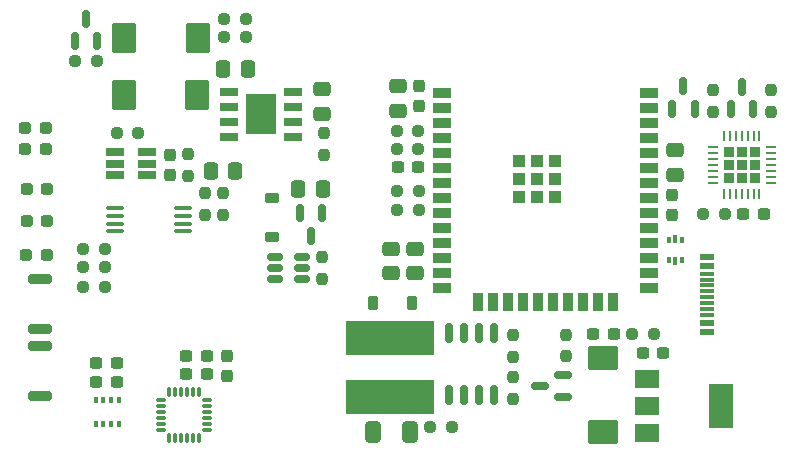
<source format=gbr>
%TF.GenerationSoftware,KiCad,Pcbnew,7.0.2*%
%TF.CreationDate,2024-04-03T12:52:23+03:00*%
%TF.ProjectId,gps_tracer,6770735f-7472-4616-9365-722e6b696361,rev?*%
%TF.SameCoordinates,Original*%
%TF.FileFunction,Paste,Top*%
%TF.FilePolarity,Positive*%
%FSLAX46Y46*%
G04 Gerber Fmt 4.6, Leading zero omitted, Abs format (unit mm)*
G04 Created by KiCad (PCBNEW 7.0.2) date 2024-04-03 12:52:23*
%MOMM*%
%LPD*%
G01*
G04 APERTURE LIST*
G04 Aperture macros list*
%AMRoundRect*
0 Rectangle with rounded corners*
0 $1 Rounding radius*
0 $2 $3 $4 $5 $6 $7 $8 $9 X,Y pos of 4 corners*
0 Add a 4 corners polygon primitive as box body*
4,1,4,$2,$3,$4,$5,$6,$7,$8,$9,$2,$3,0*
0 Add four circle primitives for the rounded corners*
1,1,$1+$1,$2,$3*
1,1,$1+$1,$4,$5*
1,1,$1+$1,$6,$7*
1,1,$1+$1,$8,$9*
0 Add four rect primitives between the rounded corners*
20,1,$1+$1,$2,$3,$4,$5,0*
20,1,$1+$1,$4,$5,$6,$7,0*
20,1,$1+$1,$6,$7,$8,$9,0*
20,1,$1+$1,$8,$9,$2,$3,0*%
G04 Aperture macros list end*
%ADD10R,1.525000X0.700000*%
%ADD11R,2.513000X3.402000*%
%ADD12RoundRect,0.237500X-0.287500X-0.237500X0.287500X-0.237500X0.287500X0.237500X-0.287500X0.237500X0*%
%ADD13R,7.500000X3.000000*%
%ADD14RoundRect,0.237500X0.250000X0.237500X-0.250000X0.237500X-0.250000X-0.237500X0.250000X-0.237500X0*%
%ADD15RoundRect,0.237500X-0.300000X-0.237500X0.300000X-0.237500X0.300000X0.237500X-0.300000X0.237500X0*%
%ADD16RoundRect,0.150000X-0.512500X-0.150000X0.512500X-0.150000X0.512500X0.150000X-0.512500X0.150000X0*%
%ADD17RoundRect,0.237500X0.237500X-0.250000X0.237500X0.250000X-0.237500X0.250000X-0.237500X-0.250000X0*%
%ADD18RoundRect,0.150000X0.150000X-0.587500X0.150000X0.587500X-0.150000X0.587500X-0.150000X-0.587500X0*%
%ADD19RoundRect,0.237500X-0.250000X-0.237500X0.250000X-0.237500X0.250000X0.237500X-0.250000X0.237500X0*%
%ADD20RoundRect,0.237500X-0.237500X0.300000X-0.237500X-0.300000X0.237500X-0.300000X0.237500X0.300000X0*%
%ADD21RoundRect,0.075000X0.075000X-0.350000X0.075000X0.350000X-0.075000X0.350000X-0.075000X-0.350000X0*%
%ADD22RoundRect,0.075000X-0.350000X-0.075000X0.350000X-0.075000X0.350000X0.075000X-0.350000X0.075000X0*%
%ADD23RoundRect,0.200000X0.800000X-0.200000X0.800000X0.200000X-0.800000X0.200000X-0.800000X-0.200000X0*%
%ADD24R,0.375000X0.500000*%
%ADD25R,0.300000X0.650000*%
%ADD26RoundRect,0.250000X-0.412500X-0.650000X0.412500X-0.650000X0.412500X0.650000X-0.412500X0.650000X0*%
%ADD27RoundRect,0.250000X-0.475000X0.337500X-0.475000X-0.337500X0.475000X-0.337500X0.475000X0.337500X0*%
%ADD28R,0.350000X0.500000*%
%ADD29RoundRect,0.225000X-0.225000X-0.375000X0.225000X-0.375000X0.225000X0.375000X-0.225000X0.375000X0*%
%ADD30R,1.240000X0.600000*%
%ADD31R,1.240000X0.300000*%
%ADD32RoundRect,0.225000X-0.375000X0.225000X-0.375000X-0.225000X0.375000X-0.225000X0.375000X0.225000X0*%
%ADD33RoundRect,0.225000X-0.225000X-0.225000X0.225000X-0.225000X0.225000X0.225000X-0.225000X0.225000X0*%
%ADD34RoundRect,0.062500X-0.337500X-0.062500X0.337500X-0.062500X0.337500X0.062500X-0.337500X0.062500X0*%
%ADD35RoundRect,0.062500X-0.062500X-0.337500X0.062500X-0.337500X0.062500X0.337500X-0.062500X0.337500X0*%
%ADD36RoundRect,0.250000X0.475000X-0.337500X0.475000X0.337500X-0.475000X0.337500X-0.475000X-0.337500X0*%
%ADD37RoundRect,0.150000X-0.150000X0.587500X-0.150000X-0.587500X0.150000X-0.587500X0.150000X0.587500X0*%
%ADD38RoundRect,0.237500X-0.237500X0.250000X-0.237500X-0.250000X0.237500X-0.250000X0.237500X0.250000X0*%
%ADD39RoundRect,0.250000X1.025000X-0.787500X1.025000X0.787500X-1.025000X0.787500X-1.025000X-0.787500X0*%
%ADD40RoundRect,0.250000X-0.787500X-1.025000X0.787500X-1.025000X0.787500X1.025000X-0.787500X1.025000X0*%
%ADD41RoundRect,0.237500X0.300000X0.237500X-0.300000X0.237500X-0.300000X-0.237500X0.300000X-0.237500X0*%
%ADD42RoundRect,0.250000X0.337500X0.475000X-0.337500X0.475000X-0.337500X-0.475000X0.337500X-0.475000X0*%
%ADD43R,1.560000X0.650000*%
%ADD44RoundRect,0.237500X0.237500X-0.300000X0.237500X0.300000X-0.237500X0.300000X-0.237500X-0.300000X0*%
%ADD45R,2.000000X1.500000*%
%ADD46R,2.000000X3.800000*%
%ADD47RoundRect,0.150000X0.587500X0.150000X-0.587500X0.150000X-0.587500X-0.150000X0.587500X-0.150000X0*%
%ADD48RoundRect,0.250000X-0.337500X-0.475000X0.337500X-0.475000X0.337500X0.475000X-0.337500X0.475000X0*%
%ADD49RoundRect,0.100000X0.637500X0.100000X-0.637500X0.100000X-0.637500X-0.100000X0.637500X-0.100000X0*%
%ADD50RoundRect,0.150000X0.150000X-0.675000X0.150000X0.675000X-0.150000X0.675000X-0.150000X-0.675000X0*%
%ADD51R,1.500000X0.900000*%
%ADD52R,0.900000X1.500000*%
%ADD53R,1.050000X1.050000*%
G04 APERTURE END LIST*
D10*
%TO.C,IC1*%
X71932800Y-48310800D03*
X71932800Y-47040800D03*
X71932800Y-45770800D03*
X71932800Y-44500800D03*
X66508800Y-44500800D03*
X66508800Y-45770800D03*
X66508800Y-47040800D03*
X66508800Y-48310800D03*
D11*
X69220800Y-46405800D03*
%TD*%
D12*
%TO.C,D9*%
X49310000Y-58310000D03*
X51060000Y-58310000D03*
%TD*%
%TO.C,D8*%
X49340000Y-55490000D03*
X51090000Y-55490000D03*
%TD*%
%TO.C,D7*%
X50970000Y-49360000D03*
X49220000Y-49360000D03*
%TD*%
%TO.C,D6*%
X50980000Y-47550000D03*
X49230000Y-47550000D03*
%TD*%
%TO.C,D2*%
X49350000Y-52720000D03*
X51100000Y-52720000D03*
%TD*%
D13*
%TO.C,L1*%
X80137000Y-70354200D03*
X80137000Y-65354200D03*
%TD*%
D14*
%TO.C,R19*%
X55970000Y-59380000D03*
X54145000Y-59380000D03*
%TD*%
D15*
%TO.C,C20*%
X62865000Y-68440000D03*
X64590000Y-68440000D03*
%TD*%
D16*
%TO.C,U10*%
X72673600Y-58508000D03*
X72673600Y-59458000D03*
X72673600Y-60408000D03*
X70398600Y-60408000D03*
X70398600Y-59458000D03*
X70398600Y-58508000D03*
%TD*%
D17*
%TO.C,R27*%
X64480000Y-54945000D03*
X64480000Y-53120000D03*
%TD*%
D18*
%TO.C,Q1*%
X108945600Y-45974000D03*
X110845600Y-45974000D03*
X109895600Y-44099000D03*
%TD*%
D15*
%TO.C,C4*%
X101526000Y-66649600D03*
X103251000Y-66649600D03*
%TD*%
D19*
%TO.C,R20*%
X85340200Y-72898000D03*
X83515200Y-72898000D03*
%TD*%
D20*
%TO.C,C25*%
X66290000Y-66860000D03*
X66290000Y-68585000D03*
%TD*%
D21*
%TO.C,U12*%
X61430000Y-69940000D03*
X61930000Y-69940000D03*
X62430000Y-69940000D03*
X62930000Y-69940000D03*
X63430000Y-69940000D03*
X63930000Y-69940000D03*
D22*
X64630000Y-70640000D03*
X64630000Y-71140000D03*
X64630000Y-71640000D03*
X64630000Y-72140000D03*
X64630000Y-72640000D03*
X64630000Y-73140000D03*
D21*
X63930000Y-73840000D03*
X63430000Y-73840000D03*
X62930000Y-73840000D03*
X62430000Y-73840000D03*
X61930000Y-73840000D03*
X61430000Y-73840000D03*
D22*
X60730000Y-73140000D03*
X60730000Y-72640000D03*
X60730000Y-72140000D03*
X60730000Y-71640000D03*
X60730000Y-71140000D03*
X60730000Y-70640000D03*
%TD*%
D23*
%TO.C,SW1*%
X50495200Y-70240000D03*
X50495200Y-66040000D03*
%TD*%
D24*
%TO.C,U2*%
X103729500Y-58736600D03*
D25*
X104267000Y-58811600D03*
D24*
X104804500Y-58736600D03*
X104804500Y-57036600D03*
D25*
X104267000Y-56961600D03*
D24*
X103729500Y-57036600D03*
%TD*%
D19*
%TO.C,R8*%
X100609400Y-65049400D03*
X102434400Y-65049400D03*
%TD*%
D26*
%TO.C,C21*%
X78637600Y-73329800D03*
X81762600Y-73329800D03*
%TD*%
D27*
%TO.C,C19*%
X74325000Y-44297600D03*
X74325000Y-46372600D03*
%TD*%
D23*
%TO.C,SW2*%
X50495200Y-64592200D03*
X50495200Y-60392200D03*
%TD*%
D28*
%TO.C,U5*%
X57140000Y-70597500D03*
X56490000Y-70597500D03*
X55840000Y-70597500D03*
X55190000Y-70597500D03*
X55190000Y-72647500D03*
X55840000Y-72647500D03*
X56490000Y-72647500D03*
X57140000Y-72647500D03*
%TD*%
D15*
%TO.C,C13*%
X55250600Y-67498700D03*
X56975600Y-67498700D03*
%TD*%
D19*
%TO.C,R26*%
X53475000Y-41950000D03*
X55300000Y-41950000D03*
%TD*%
D29*
%TO.C,D5*%
X78692500Y-62390000D03*
X81992500Y-62390000D03*
%TD*%
D30*
%TO.C,P1*%
X106917400Y-64871200D03*
X106917400Y-64071200D03*
D31*
X106917400Y-63421200D03*
X106917400Y-62421200D03*
X106917400Y-60921200D03*
X106917400Y-59921200D03*
D30*
X106917400Y-59271200D03*
X106917400Y-58471200D03*
X106917400Y-58471200D03*
X106917400Y-59271200D03*
D31*
X106917400Y-60421200D03*
X106917400Y-61421200D03*
X106917400Y-61921200D03*
X106917400Y-62921200D03*
D30*
X106917400Y-64071200D03*
X106917400Y-64871200D03*
%TD*%
D14*
%TO.C,R6*%
X82499200Y-49377600D03*
X80674200Y-49377600D03*
%TD*%
D32*
%TO.C,D1*%
X70082800Y-53504200D03*
X70082800Y-56804200D03*
%TD*%
D15*
%TO.C,C6*%
X110010000Y-54840000D03*
X111735000Y-54840000D03*
%TD*%
D33*
%TO.C,U3*%
X108774200Y-49613200D03*
X108774200Y-50733200D03*
X108774200Y-51853200D03*
X109894200Y-49613200D03*
X109894200Y-50733200D03*
X109894200Y-51853200D03*
X111014200Y-49613200D03*
X111014200Y-50733200D03*
X111014200Y-51853200D03*
D34*
X107444200Y-49233200D03*
X107444200Y-49733200D03*
X107444200Y-50233200D03*
X107444200Y-50733200D03*
X107444200Y-51233200D03*
X107444200Y-51733200D03*
X107444200Y-52233200D03*
D35*
X108394200Y-53183200D03*
X108894200Y-53183200D03*
X109394200Y-53183200D03*
X109894200Y-53183200D03*
X110394200Y-53183200D03*
X110894200Y-53183200D03*
X111394200Y-53183200D03*
D34*
X112344200Y-52233200D03*
X112344200Y-51733200D03*
X112344200Y-51233200D03*
X112344200Y-50733200D03*
X112344200Y-50233200D03*
X112344200Y-49733200D03*
X112344200Y-49233200D03*
D35*
X111394200Y-48283200D03*
X110894200Y-48283200D03*
X110394200Y-48283200D03*
X109894200Y-48283200D03*
X109394200Y-48283200D03*
X108894200Y-48283200D03*
X108394200Y-48283200D03*
%TD*%
D14*
%TO.C,R9*%
X82524600Y-54508400D03*
X80699600Y-54508400D03*
%TD*%
%TO.C,R23*%
X55975000Y-61020000D03*
X54150000Y-61020000D03*
%TD*%
D36*
%TO.C,C22*%
X82230000Y-59887500D03*
X82230000Y-57812500D03*
%TD*%
%TO.C,C23*%
X80210000Y-59887500D03*
X80210000Y-57812500D03*
%TD*%
D37*
%TO.C,Q4*%
X74350000Y-54825000D03*
X72450000Y-54825000D03*
X73400000Y-56700000D03*
%TD*%
D38*
%TO.C,R11*%
X94980000Y-65110000D03*
X94980000Y-66935000D03*
%TD*%
D19*
%TO.C,R16*%
X66085000Y-39900000D03*
X67910000Y-39900000D03*
%TD*%
D39*
%TO.C,C3*%
X98171000Y-73318100D03*
X98171000Y-67093100D03*
%TD*%
D15*
%TO.C,C12*%
X55250600Y-69098700D03*
X56975600Y-69098700D03*
%TD*%
D18*
%TO.C,Q8*%
X53406000Y-40229000D03*
X55306000Y-40229000D03*
X54356000Y-38354000D03*
%TD*%
D40*
%TO.C,C14*%
X57568100Y-44805600D03*
X63793100Y-44805600D03*
%TD*%
D19*
%TO.C,R13*%
X67910000Y-38376000D03*
X66085000Y-38376000D03*
%TD*%
D41*
%TO.C,C8*%
X82473800Y-50901600D03*
X80748800Y-50901600D03*
%TD*%
D42*
%TO.C,C15*%
X74400000Y-52750000D03*
X72325000Y-52750000D03*
%TD*%
D17*
%TO.C,R5*%
X112395000Y-46202600D03*
X112395000Y-44377600D03*
%TD*%
D19*
%TO.C,R2*%
X106640000Y-54860000D03*
X108465000Y-54860000D03*
%TD*%
D43*
%TO.C,U9*%
X56863000Y-49646800D03*
X56863000Y-50596800D03*
X56863000Y-51546800D03*
X59563000Y-51546800D03*
X59563000Y-50596800D03*
X59563000Y-49646800D03*
%TD*%
D44*
%TO.C,C10*%
X82600800Y-45717800D03*
X82600800Y-43992800D03*
%TD*%
D38*
%TO.C,R4*%
X107416600Y-44373800D03*
X107416600Y-46198800D03*
%TD*%
D42*
%TO.C,C17*%
X65971600Y-42621200D03*
X68046600Y-42621200D03*
%TD*%
D38*
%TO.C,R14*%
X62966600Y-49785900D03*
X62966600Y-51610900D03*
%TD*%
D45*
%TO.C,U1*%
X101853600Y-68820000D03*
X101853600Y-71120000D03*
D46*
X108153600Y-71120000D03*
D45*
X101853600Y-73420000D03*
%TD*%
D47*
%TO.C,Q3*%
X92841600Y-69453800D03*
X94716600Y-68503800D03*
X94716600Y-70403800D03*
%TD*%
D38*
%TO.C,R15*%
X74375400Y-58533400D03*
X74375400Y-60358400D03*
%TD*%
D36*
%TO.C,C9*%
X80822800Y-44043600D03*
X80822800Y-46118600D03*
%TD*%
D17*
%TO.C,R17*%
X74550000Y-49856400D03*
X74550000Y-48031400D03*
%TD*%
D48*
%TO.C,C26*%
X64935000Y-51250000D03*
X67010000Y-51250000D03*
%TD*%
D14*
%TO.C,R7*%
X80699600Y-52933600D03*
X82524600Y-52933600D03*
%TD*%
D15*
%TO.C,C11*%
X97309600Y-65049400D03*
X99034600Y-65049400D03*
%TD*%
D38*
%TO.C,R21*%
X90500200Y-68685400D03*
X90500200Y-70510400D03*
%TD*%
D15*
%TO.C,C24*%
X64600000Y-66920000D03*
X62875000Y-66920000D03*
%TD*%
D40*
%TO.C,C2*%
X57607200Y-39954200D03*
X63832200Y-39954200D03*
%TD*%
D14*
%TO.C,R18*%
X58780000Y-48010000D03*
X56955000Y-48010000D03*
%TD*%
D49*
%TO.C,U8*%
X62552500Y-56347000D03*
X62552500Y-55697000D03*
X62552500Y-55047000D03*
X62552500Y-54397000D03*
X56827500Y-54397000D03*
X56827500Y-55047000D03*
X56827500Y-55697000D03*
X56827500Y-56347000D03*
%TD*%
D14*
%TO.C,R3*%
X82499200Y-47853600D03*
X80674200Y-47853600D03*
%TD*%
%TO.C,R1*%
X55950000Y-57870000D03*
X54125000Y-57870000D03*
%TD*%
D38*
%TO.C,R22*%
X90490000Y-65125000D03*
X90490000Y-66950000D03*
%TD*%
D18*
%TO.C,Q2*%
X103992600Y-45948600D03*
X105892600Y-45948600D03*
X104942600Y-44073600D03*
%TD*%
D36*
%TO.C,C7*%
X104241600Y-49479200D03*
X104241600Y-51554200D03*
%TD*%
D20*
%TO.C,C5*%
X103962200Y-54988800D03*
X103962200Y-53263800D03*
%TD*%
D50*
%TO.C,U11*%
X85064600Y-70189000D03*
X86334600Y-70189000D03*
X87604600Y-70189000D03*
X88874600Y-70189000D03*
X88874600Y-64939000D03*
X87604600Y-64939000D03*
X86334600Y-64939000D03*
X85064600Y-64939000D03*
%TD*%
D44*
%TO.C,C18*%
X61442600Y-51560900D03*
X61442600Y-49835900D03*
%TD*%
D38*
%TO.C,R25*%
X66000000Y-53100000D03*
X66000000Y-54925000D03*
%TD*%
D51*
%TO.C,U4*%
X84506400Y-44602400D03*
X84506400Y-45872400D03*
X84506400Y-47142400D03*
X84506400Y-48412400D03*
X84506400Y-49682400D03*
X84506400Y-50952400D03*
X84506400Y-52222400D03*
X84506400Y-53492400D03*
X84506400Y-54762400D03*
X84506400Y-56032400D03*
X84506400Y-57302400D03*
X84506400Y-58572400D03*
X84506400Y-59842400D03*
X84506400Y-61112400D03*
D52*
X87546400Y-62362400D03*
X88816400Y-62362400D03*
X90086400Y-62362400D03*
X91356400Y-62362400D03*
X92626400Y-62362400D03*
X93896400Y-62362400D03*
X95166400Y-62362400D03*
X96436400Y-62362400D03*
X97706400Y-62362400D03*
X98976400Y-62362400D03*
D51*
X102006400Y-61112400D03*
X102006400Y-59842400D03*
X102006400Y-58572400D03*
X102006400Y-57302400D03*
X102006400Y-56032400D03*
X102006400Y-54762400D03*
X102006400Y-53492400D03*
X102006400Y-52222400D03*
X102006400Y-50952400D03*
X102006400Y-49682400D03*
X102006400Y-48412400D03*
X102006400Y-47142400D03*
X102006400Y-45872400D03*
X102006400Y-44602400D03*
D53*
X91051400Y-50417400D03*
X91051400Y-51942400D03*
X91051400Y-53467400D03*
X92576400Y-50417400D03*
X92576400Y-51942400D03*
X92576400Y-53467400D03*
X94101400Y-50417400D03*
X94101400Y-51942400D03*
X94101400Y-53467400D03*
%TD*%
M02*

</source>
